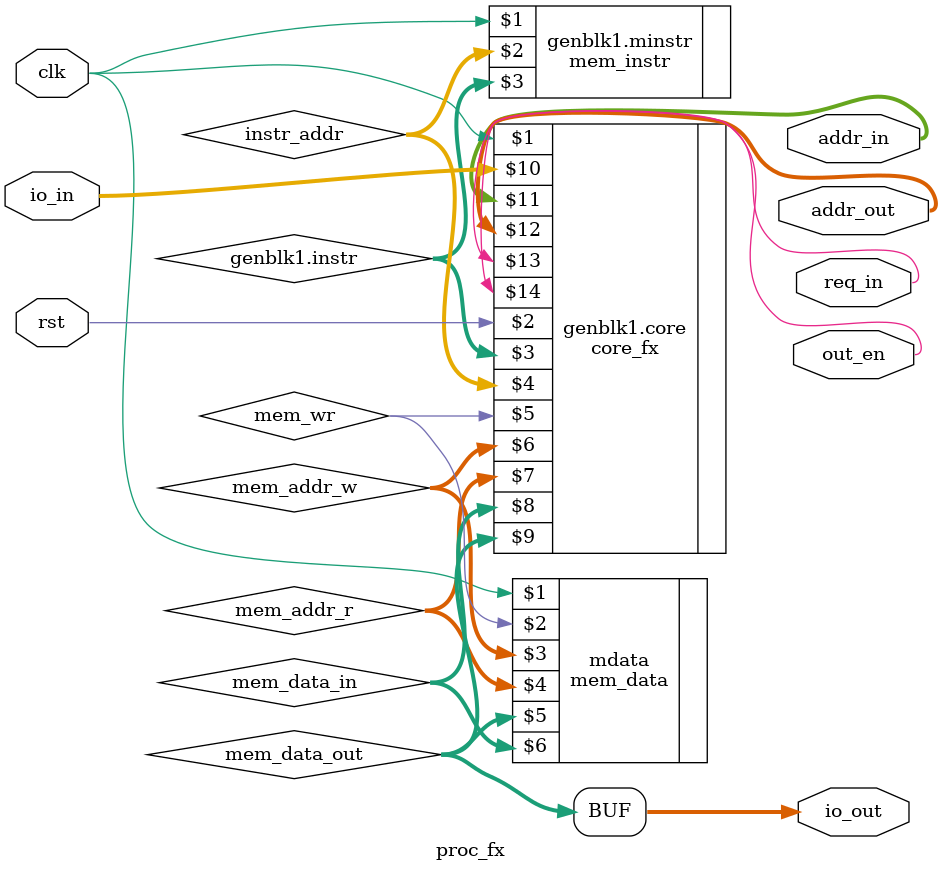
<source format=v>
module proc_fx
#(
	// parametros para serem configurados externamente -------------------------

	parameter NUBITS = 16,              // Numero de bits de dados
	parameter MDATAS = 56,              // Numero de enderecos da memoria de dados
	parameter MINSTS = 410,             // Numero de enderecos da memoria de intrucoes
	parameter SDEPTH = 5,               // Numero de bits de endereco da pilha de subrotinas
	parameter NUIOIN = 8,               // Numero de enderecos de IO - entrada
	parameter NUIOOU = 8,               // Numero de ebderecos de IO - saida
	parameter NUGAIN = 64,              // Valor de deslocamento dos bits (divisao)
	parameter DFILE = "data.mif",       // Inicializacao da memoria de dados
	parameter IFILE = "inst.mif",       // Inicializacao da memoria de programa

	parameter DIV   =  0,               // Cria circuito de divisao
	parameter OR    =  0,
	parameter LOR   =  0,
	parameter GRE   =  0,
	parameter MOD   =  0,
	parameter ADD   =  0,
	parameter MLT   =  0,
	parameter CAL   =  0,
	parameter SRF   =  0,
	parameter LES   =  0,
	parameter EQU   =  0,
	parameter AND   =  0,
	parameter LAN   =  0,
	parameter INV   =  0,
	parameter LIN   =  0,
	parameter SHR   =  0,
	parameter XOR   =  0,
	parameter SHL   =  0,
	parameter SRS   =  0,
	parameter NRM   =  0,

	// parametros configurados internamente ------------------------------------

	parameter NBOPCO = 6,               // Numero de bits de opcode
	parameter MDATAW = $clog2(MDATAS),  // Numero de bits de endereco da memoria de dados
	parameter MINSTW = $clog2(MINSTS)   // Numero de bits de endereco da memoria de instrucao
)
(
	input                              clk, rst,
	input         [NUBITS        -1:0] io_in,
	output        [NUBITS        -1:0] io_out,
	output        [$clog2(NUIOIN)-1:0] addr_in,
	output        [$clog2(NUIOOU)-1:0] addr_out,
	output                             req_in, out_en
);

// Processador e Mem de instrucao ---------------------------------------------

wire        [MINSTW-1:0] instr_addr;
wire                     mem_wr;
wire        [MDATAW-1:0] mem_addr_w, mem_addr_r;
wire signed [NUBITS-1:0] mem_data_in;
wire signed [NUBITS-1:0] mem_data_out;

assign io_out = mem_data_out;

generate

if (MDATAW > MINSTW) begin

wire [NBOPCO+MDATAW-1:0] instr;

core_fx #(.NUBITS(NUBITS),
          .NBOPCO(NBOPCO),
          .MDATAW(MDATAW),
          .MINSTW(MINSTW),
          .SDEPTH(SDEPTH),
          .NBOPER(MDATAW),
          .MDATAS(MDATAS),
          .NUIOIN(NUIOIN),
          .NUIOOU(NUIOOU),
			 .NUGAIN(NUGAIN),
          .DIV   (DIV)   ,
          .OR    (OR )   ,
          .LOR   (LOR)   ,
          .GRE   (GRE)   ,
          .MOD   (MOD)   ,
          .ADD   (ADD)   ,
          .MLT   (MLT)   ,
          .CAL   (CAL)   ,
          .SRF   (SRF)   ,
          .LES   (LES)   ,
          .EQU   (EQU)   ,
          .AND   (AND)   ,
          .LAN   (LAN)   ,
          .INV   (INV)   ,
          .LIN   (LIN)   ,
          .SHR   (SHR)   ,
          .XOR   (XOR)   ,
          .SHL   (SHL)   ,
          .SRS   (SRS)   ,
			 .NRM   (NRM)  ) core(clk, rst,
                               instr, instr_addr,
                               mem_wr, mem_addr_w, mem_addr_r, mem_data_in, mem_data_out,
                               io_in, addr_in, addr_out, req_in, out_en);

mem_instr # (.NADDRE(MINSTS),
             .NBDATA(NBOPCO+MDATAW),
             .FNAME(IFILE)) minstr(clk, instr_addr, instr);

end else begin

wire [NBOPCO+MINSTW-1:0] instr;

core_fx #(.NUBITS(NUBITS),
          .NBOPCO(NBOPCO),
          .MDATAW(MDATAW),
          .MINSTW(MINSTW),
          .SDEPTH(SDEPTH),
          .NBOPER(MINSTW),
          .MDATAS(MDATAS),
          .NUIOIN(NUIOIN),
          .NUIOOU(NUIOOU),
			 .NUGAIN(NUGAIN),
          .DIV   (DIV)   ,
          .OR    (OR )   ,
          .LOR   (LOR)   ,
          .GRE   (GRE)   ,
          .MOD   (MOD)   ,
          .ADD   (ADD)   ,
          .MLT   (MLT)   ,
          .CAL   (CAL)   ,
          .SRF   (SRF)   ,
          .LES   (LES)   ,
          .EQU   (EQU)   ,
          .AND   (AND)   ,
          .LAN   (LAN)   ,
          .INV   (INV)   ,
          .LIN   (LIN)   ,
          .SHR   (SHR)   ,
          .XOR   (XOR)   ,
          .SHL   (SHL)   ,
          .SRS   (SRS)   ,
			 .NRM   (NRM)  ) core(clk, rst,
                               instr, instr_addr,
                               mem_wr, mem_addr_w, mem_addr_r, mem_data_in, mem_data_out,
                               io_in, addr_in, addr_out, req_in, out_en);

mem_instr # (.NADDRE(MINSTS),
             .NBDATA(NBOPCO+MINSTW),
             .FNAME(IFILE)) minstr(clk, instr_addr, instr);

end

endgenerate

// Memoria de dados -----------------------------------------------------------

mem_data # (.NADDRE(MDATAS),
            .NBDATA(NUBITS),
            .FNAME (DFILE)) mdata(clk, mem_wr, mem_addr_w, mem_addr_r, mem_data_out, mem_data_in);

endmodule

</source>
